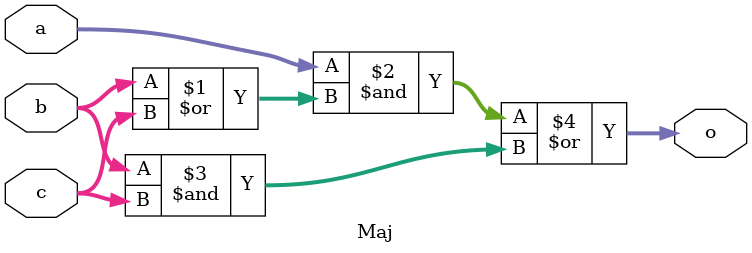
<source format=sv>


module Maj(
	 input wire [31:0] a,
	 input wire [31:0] b,
	 input wire [31:0] c,
	 output wire [31:0] o
	 );

   assign o = (a&(b|c)) | (b&c);

endmodule // m


</source>
